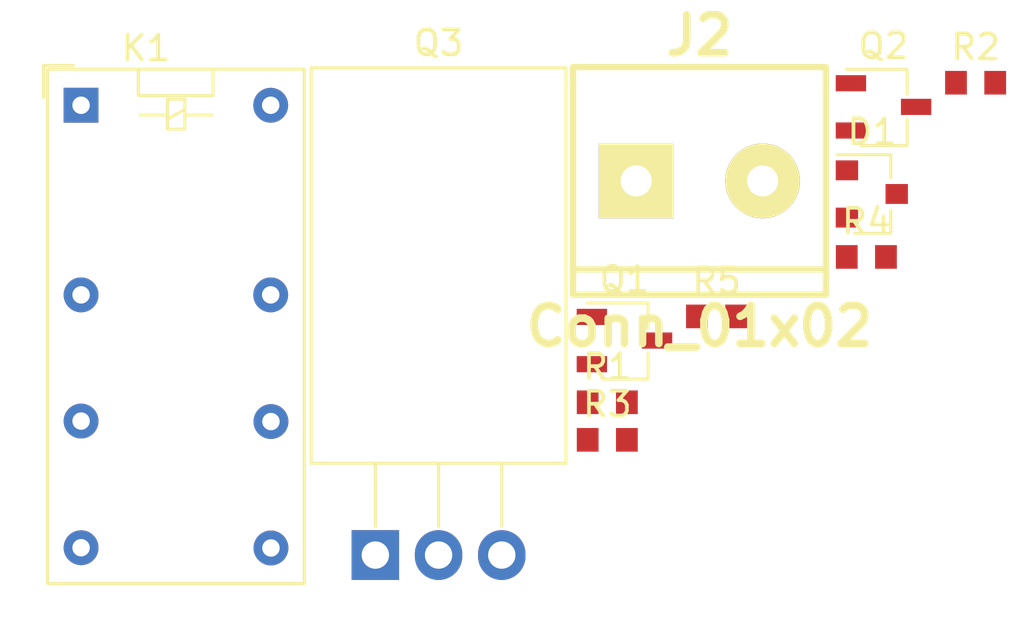
<source format=kicad_pcb>
(kicad_pcb (version 20171130) (host pcbnew 5.0.0-rc2-unknown-b37969f~65~ubuntu17.10.1)

  (general
    (thickness 1.6)
    (drawings 0)
    (tracks 0)
    (zones 0)
    (modules 11)
    (nets 22)
  )

  (page A4)
  (layers
    (0 F.Cu signal)
    (31 B.Cu signal)
    (32 B.Adhes user)
    (33 F.Adhes user)
    (34 B.Paste user)
    (35 F.Paste user)
    (36 B.SilkS user)
    (37 F.SilkS user)
    (38 B.Mask user)
    (39 F.Mask user)
    (40 Dwgs.User user)
    (41 Cmts.User user)
    (42 Eco1.User user)
    (43 Eco2.User user)
    (44 Edge.Cuts user)
    (45 Margin user)
    (46 B.CrtYd user)
    (47 F.CrtYd user)
    (48 B.Fab user)
    (49 F.Fab user)
  )

  (setup
    (last_trace_width 0.25)
    (trace_clearance 0.2)
    (zone_clearance 0.508)
    (zone_45_only no)
    (trace_min 0.2)
    (segment_width 0.2)
    (edge_width 0.15)
    (via_size 0.8)
    (via_drill 0.4)
    (via_min_size 0.4)
    (via_min_drill 0.3)
    (uvia_size 0.3)
    (uvia_drill 0.1)
    (uvias_allowed no)
    (uvia_min_size 0.2)
    (uvia_min_drill 0.1)
    (pcb_text_width 0.3)
    (pcb_text_size 1.5 1.5)
    (mod_edge_width 0.15)
    (mod_text_size 1 1)
    (mod_text_width 0.15)
    (pad_size 1.524 1.524)
    (pad_drill 0.762)
    (pad_to_mask_clearance 0.2)
    (aux_axis_origin 0 0)
    (visible_elements FFFFFF7F)
    (pcbplotparams
      (layerselection 0x010fc_ffffffff)
      (usegerberextensions false)
      (usegerberattributes false)
      (usegerberadvancedattributes false)
      (creategerberjobfile false)
      (excludeedgelayer true)
      (linewidth 0.100000)
      (plotframeref false)
      (viasonmask false)
      (mode 1)
      (useauxorigin false)
      (hpglpennumber 1)
      (hpglpenspeed 20)
      (hpglpendiameter 15.000000)
      (psnegative false)
      (psa4output false)
      (plotreference true)
      (plotvalue true)
      (plotinvisibletext false)
      (padsonsilk false)
      (subtractmaskfromsilk false)
      (outputformat 1)
      (mirror false)
      (drillshape 1)
      (scaleselection 1)
      (outputdirectory ""))
  )

  (net 0 "")
  (net 1 "Net-(J2-Pad1)")
  (net 2 "Net-(J2-Pad2)")
  (net 3 +5V)
  (net 4 "Net-(R5-Pad2)")
  (net 5 "Net-(J1-Pad1)")
  (net 6 "Net-(D1-Pad3)")
  (net 7 "Net-(C1-Pad1)")
  (net 8 "Net-(C2-Pad1)")
  (net 9 "Net-(D3-Pad1)")
  (net 10 "Net-(D2-Pad2)")
  (net 11 "Net-(K1-Pad1)")
  (net 12 "Net-(K1-Pad16)")
  (net 13 "Net-(K1-Pad6)")
  (net 14 "Net-(K1-Pad8)")
  (net 15 "Net-(K1-Pad4)")
  (net 16 "Net-(K1-Pad11)")
  (net 17 "Net-(K1-Pad9)")
  (net 18 "Net-(K1-Pad13)")
  (net 19 "Net-(Q3-Pad3)")
  (net 20 GND)
  (net 21 "Net-(Q2-Pad3)")

  (net_class Default "This is the default net class."
    (clearance 0.2)
    (trace_width 0.25)
    (via_dia 0.8)
    (via_drill 0.4)
    (uvia_dia 0.3)
    (uvia_drill 0.1)
    (add_net +5V)
    (add_net GND)
    (add_net "Net-(C1-Pad1)")
    (add_net "Net-(C2-Pad1)")
    (add_net "Net-(D1-Pad3)")
    (add_net "Net-(D2-Pad2)")
    (add_net "Net-(D3-Pad1)")
    (add_net "Net-(J1-Pad1)")
    (add_net "Net-(J2-Pad1)")
    (add_net "Net-(J2-Pad2)")
    (add_net "Net-(K1-Pad1)")
    (add_net "Net-(K1-Pad11)")
    (add_net "Net-(K1-Pad13)")
    (add_net "Net-(K1-Pad16)")
    (add_net "Net-(K1-Pad4)")
    (add_net "Net-(K1-Pad6)")
    (add_net "Net-(K1-Pad8)")
    (add_net "Net-(K1-Pad9)")
    (add_net "Net-(Q2-Pad3)")
    (add_net "Net-(Q3-Pad3)")
    (add_net "Net-(R5-Pad2)")
  )

  (module Package_TO_SOT_SMD:SOT-23 (layer F.Cu) (tedit 5A02FF57) (tstamp 5B24F078)
    (at 158.313001 86.505001)
    (descr "SOT-23, Standard")
    (tags SOT-23)
    (path /5B22BD02)
    (attr smd)
    (fp_text reference D1 (at 0 -2.5) (layer F.SilkS)
      (effects (font (size 1 1) (thickness 0.15)))
    )
    (fp_text value BAV99 (at 0 2.5) (layer F.Fab)
      (effects (font (size 1 1) (thickness 0.15)))
    )
    (fp_text user %R (at 0 0 90) (layer F.Fab)
      (effects (font (size 0.5 0.5) (thickness 0.075)))
    )
    (fp_line (start -0.7 -0.95) (end -0.7 1.5) (layer F.Fab) (width 0.1))
    (fp_line (start -0.15 -1.52) (end 0.7 -1.52) (layer F.Fab) (width 0.1))
    (fp_line (start -0.7 -0.95) (end -0.15 -1.52) (layer F.Fab) (width 0.1))
    (fp_line (start 0.7 -1.52) (end 0.7 1.52) (layer F.Fab) (width 0.1))
    (fp_line (start -0.7 1.52) (end 0.7 1.52) (layer F.Fab) (width 0.1))
    (fp_line (start 0.76 1.58) (end 0.76 0.65) (layer F.SilkS) (width 0.12))
    (fp_line (start 0.76 -1.58) (end 0.76 -0.65) (layer F.SilkS) (width 0.12))
    (fp_line (start -1.7 -1.75) (end 1.7 -1.75) (layer F.CrtYd) (width 0.05))
    (fp_line (start 1.7 -1.75) (end 1.7 1.75) (layer F.CrtYd) (width 0.05))
    (fp_line (start 1.7 1.75) (end -1.7 1.75) (layer F.CrtYd) (width 0.05))
    (fp_line (start -1.7 1.75) (end -1.7 -1.75) (layer F.CrtYd) (width 0.05))
    (fp_line (start 0.76 -1.58) (end -1.4 -1.58) (layer F.SilkS) (width 0.12))
    (fp_line (start 0.76 1.58) (end -0.7 1.58) (layer F.SilkS) (width 0.12))
    (pad 1 smd rect (at -1 -0.95) (size 0.9 0.8) (layers F.Cu F.Paste F.Mask)
      (net 7 "Net-(C1-Pad1)"))
    (pad 2 smd rect (at -1 0.95) (size 0.9 0.8) (layers F.Cu F.Paste F.Mask)
      (net 8 "Net-(C2-Pad1)"))
    (pad 3 smd rect (at 1 0) (size 0.9 0.8) (layers F.Cu F.Paste F.Mask)
      (net 6 "Net-(D1-Pad3)"))
    (model ${KISYS3DMOD}/Package_TO_SOT_SMD.3dshapes/SOT-23.wrl
      (at (xyz 0 0 0))
      (scale (xyz 1 1 1))
      (rotate (xyz 0 0 0))
    )
  )

  (module Package_TO_SOT_SMD:TSOT-23 (layer F.Cu) (tedit 5A02FF57) (tstamp 5B24F063)
    (at 148.373001 92.395001)
    (descr "3-pin TSOT23 package, http://www.analog.com.tw/pdf/All_In_One.pdf")
    (tags TSOT-23)
    (path /5B22B712)
    (attr smd)
    (fp_text reference Q1 (at 0 -2.45) (layer F.SilkS)
      (effects (font (size 1 1) (thickness 0.15)))
    )
    (fp_text value IRLML2402 (at 0 2.5) (layer F.Fab)
      (effects (font (size 1 1) (thickness 0.15)))
    )
    (fp_line (start 2.17 1.7) (end -2.17 1.7) (layer F.CrtYd) (width 0.05))
    (fp_line (start 2.17 1.7) (end 2.17 -1.7) (layer F.CrtYd) (width 0.05))
    (fp_line (start -2.17 -1.7) (end -2.17 1.7) (layer F.CrtYd) (width 0.05))
    (fp_line (start -2.17 -1.7) (end 2.17 -1.7) (layer F.CrtYd) (width 0.05))
    (fp_line (start 0.88 -1.45) (end 0.88 1.45) (layer F.Fab) (width 0.1))
    (fp_line (start 0.88 1.45) (end -0.88 1.45) (layer F.Fab) (width 0.1))
    (fp_line (start -0.88 -1) (end -0.88 1.45) (layer F.Fab) (width 0.1))
    (fp_line (start 0.88 -1.45) (end -0.43 -1.45) (layer F.Fab) (width 0.1))
    (fp_line (start -0.88 -1) (end -0.43 -1.45) (layer F.Fab) (width 0.1))
    (fp_line (start 0.93 -1.51) (end -1.5 -1.51) (layer F.SilkS) (width 0.12))
    (fp_line (start 0.95 -1.5) (end 0.95 -0.5) (layer F.SilkS) (width 0.12))
    (fp_line (start 0.95 1.55) (end -0.9 1.55) (layer F.SilkS) (width 0.12))
    (fp_line (start 0.95 0.5) (end 0.95 1.55) (layer F.SilkS) (width 0.12))
    (fp_text user %R (at 0 0 90) (layer F.Fab)
      (effects (font (size 0.5 0.5) (thickness 0.075)))
    )
    (pad 3 smd rect (at 1.31 0) (size 1.22 0.65) (layers F.Cu F.Paste F.Mask)
      (net 10 "Net-(D2-Pad2)"))
    (pad 2 smd rect (at -1.31 0.95) (size 1.22 0.65) (layers F.Cu F.Paste F.Mask)
      (net 20 GND))
    (pad 1 smd rect (at -1.31 -0.95) (size 1.22 0.65) (layers F.Cu F.Paste F.Mask)
      (net 7 "Net-(C1-Pad1)"))
    (model ${KISYS3DMOD}/Package_TO_SOT_SMD.3dshapes/TSOT-23.wrl
      (at (xyz 0 0 0))
      (scale (xyz 1 1 1))
      (rotate (xyz 0 0 0))
    )
  )

  (module Package_TO_SOT_SMD:TSOT-23 (layer F.Cu) (tedit 5A02FF57) (tstamp 5B24F04E)
    (at 158.783001 83.005001)
    (descr "3-pin TSOT23 package, http://www.analog.com.tw/pdf/All_In_One.pdf")
    (tags TSOT-23)
    (path /5B22B7EC)
    (attr smd)
    (fp_text reference Q2 (at 0 -2.45) (layer F.SilkS)
      (effects (font (size 1 1) (thickness 0.15)))
    )
    (fp_text value IRLML2402 (at 0 2.5) (layer F.Fab)
      (effects (font (size 1 1) (thickness 0.15)))
    )
    (fp_text user %R (at 0 0 90) (layer F.Fab)
      (effects (font (size 0.5 0.5) (thickness 0.075)))
    )
    (fp_line (start 0.95 0.5) (end 0.95 1.55) (layer F.SilkS) (width 0.12))
    (fp_line (start 0.95 1.55) (end -0.9 1.55) (layer F.SilkS) (width 0.12))
    (fp_line (start 0.95 -1.5) (end 0.95 -0.5) (layer F.SilkS) (width 0.12))
    (fp_line (start 0.93 -1.51) (end -1.5 -1.51) (layer F.SilkS) (width 0.12))
    (fp_line (start -0.88 -1) (end -0.43 -1.45) (layer F.Fab) (width 0.1))
    (fp_line (start 0.88 -1.45) (end -0.43 -1.45) (layer F.Fab) (width 0.1))
    (fp_line (start -0.88 -1) (end -0.88 1.45) (layer F.Fab) (width 0.1))
    (fp_line (start 0.88 1.45) (end -0.88 1.45) (layer F.Fab) (width 0.1))
    (fp_line (start 0.88 -1.45) (end 0.88 1.45) (layer F.Fab) (width 0.1))
    (fp_line (start -2.17 -1.7) (end 2.17 -1.7) (layer F.CrtYd) (width 0.05))
    (fp_line (start -2.17 -1.7) (end -2.17 1.7) (layer F.CrtYd) (width 0.05))
    (fp_line (start 2.17 1.7) (end 2.17 -1.7) (layer F.CrtYd) (width 0.05))
    (fp_line (start 2.17 1.7) (end -2.17 1.7) (layer F.CrtYd) (width 0.05))
    (pad 1 smd rect (at -1.31 -0.95) (size 1.22 0.65) (layers F.Cu F.Paste F.Mask)
      (net 8 "Net-(C2-Pad1)"))
    (pad 2 smd rect (at -1.31 0.95) (size 1.22 0.65) (layers F.Cu F.Paste F.Mask)
      (net 20 GND))
    (pad 3 smd rect (at 1.31 0) (size 1.22 0.65) (layers F.Cu F.Paste F.Mask)
      (net 21 "Net-(Q2-Pad3)"))
    (model ${KISYS3DMOD}/Package_TO_SOT_SMD.3dshapes/TSOT-23.wrl
      (at (xyz 0 0 0))
      (scale (xyz 1 1 1))
      (rotate (xyz 0 0 0))
    )
  )

  (module Package_TO_SOT_THT:TO-220-3_Horizontal_TabDown (layer F.Cu) (tedit 5AC8BA0D) (tstamp 5B24F039)
    (at 138.363001 101.015001)
    (descr "TO-220-3, Horizontal, RM 2.54mm, see https://www.vishay.com/docs/66542/to-220-1.pdf")
    (tags "TO-220-3 Horizontal RM 2.54mm")
    (path /5B23AB3B)
    (fp_text reference Q3 (at 2.54 -20.58) (layer F.SilkS)
      (effects (font (size 1 1) (thickness 0.15)))
    )
    (fp_text value BT139-600 (at 2.54 2) (layer F.Fab)
      (effects (font (size 1 1) (thickness 0.15)))
    )
    (fp_circle (center 2.54 -16.66) (end 4.39 -16.66) (layer F.Fab) (width 0.1))
    (fp_line (start -2.46 -13.06) (end -2.46 -19.46) (layer F.Fab) (width 0.1))
    (fp_line (start -2.46 -19.46) (end 7.54 -19.46) (layer F.Fab) (width 0.1))
    (fp_line (start 7.54 -19.46) (end 7.54 -13.06) (layer F.Fab) (width 0.1))
    (fp_line (start 7.54 -13.06) (end -2.46 -13.06) (layer F.Fab) (width 0.1))
    (fp_line (start -2.46 -3.81) (end -2.46 -13.06) (layer F.Fab) (width 0.1))
    (fp_line (start -2.46 -13.06) (end 7.54 -13.06) (layer F.Fab) (width 0.1))
    (fp_line (start 7.54 -13.06) (end 7.54 -3.81) (layer F.Fab) (width 0.1))
    (fp_line (start 7.54 -3.81) (end -2.46 -3.81) (layer F.Fab) (width 0.1))
    (fp_line (start 0 -3.81) (end 0 0) (layer F.Fab) (width 0.1))
    (fp_line (start 2.54 -3.81) (end 2.54 0) (layer F.Fab) (width 0.1))
    (fp_line (start 5.08 -3.81) (end 5.08 0) (layer F.Fab) (width 0.1))
    (fp_line (start -2.58 -3.69) (end 7.66 -3.69) (layer F.SilkS) (width 0.12))
    (fp_line (start -2.58 -19.58) (end 7.66 -19.58) (layer F.SilkS) (width 0.12))
    (fp_line (start -2.58 -19.58) (end -2.58 -3.69) (layer F.SilkS) (width 0.12))
    (fp_line (start 7.66 -19.58) (end 7.66 -3.69) (layer F.SilkS) (width 0.12))
    (fp_line (start 0 -3.69) (end 0 -1.15) (layer F.SilkS) (width 0.12))
    (fp_line (start 2.54 -3.69) (end 2.54 -1.15) (layer F.SilkS) (width 0.12))
    (fp_line (start 5.08 -3.69) (end 5.08 -1.15) (layer F.SilkS) (width 0.12))
    (fp_line (start -2.71 -19.71) (end -2.71 1.25) (layer F.CrtYd) (width 0.05))
    (fp_line (start -2.71 1.25) (end 7.79 1.25) (layer F.CrtYd) (width 0.05))
    (fp_line (start 7.79 1.25) (end 7.79 -19.71) (layer F.CrtYd) (width 0.05))
    (fp_line (start 7.79 -19.71) (end -2.71 -19.71) (layer F.CrtYd) (width 0.05))
    (fp_text user %R (at 2.54 -20.58) (layer F.Fab)
      (effects (font (size 1 1) (thickness 0.15)))
    )
    (pad "" np_thru_hole oval (at 2.54 -16.66) (size 3.5 3.5) (drill 3.5) (layers *.Cu *.Mask))
    (pad 1 thru_hole rect (at 0 0) (size 1.905 2) (drill 1.1) (layers *.Cu *.Mask)
      (net 2 "Net-(J2-Pad2)"))
    (pad 2 thru_hole oval (at 2.54 0) (size 1.905 2) (drill 1.1) (layers *.Cu *.Mask)
      (net 1 "Net-(J2-Pad1)"))
    (pad 3 thru_hole oval (at 5.08 0) (size 1.905 2) (drill 1.1) (layers *.Cu *.Mask)
      (net 19 "Net-(Q3-Pad3)"))
    (model ${KISYS3DMOD}/Package_TO_SOT_THT.3dshapes/TO-220-3_Horizontal_TabDown.wrl
      (at (xyz 0 0 0))
      (scale (xyz 1 1 1))
      (rotate (xyz 0 0 0))
    )
  )

  (module Relay_THT:Relay_DPDT_Omron_G5V-2 (layer F.Cu) (tedit 59D689A9) (tstamp 5B24F019)
    (at 126.538001 82.940001)
    (descr http://omronfs.omron.com/en_US/ecb/products/pdf/en-g5v2.pdf)
    (tags "Omron G5V-2 Relay DPDT")
    (path /5B23E1B5)
    (fp_text reference K1 (at 2.6 -2.3) (layer F.SilkS)
      (effects (font (size 1 1) (thickness 0.15)))
    )
    (fp_text value G5V-2 (at -2.41 9.01 90) (layer F.Fab)
      (effects (font (size 1 1) (thickness 0.15)))
    )
    (fp_line (start -1.51 -1.6) (end -0.3 -1.6) (layer F.SilkS) (width 0.12))
    (fp_line (start -1.51 -0.3) (end -1.51 -1.6) (layer F.SilkS) (width 0.12))
    (fp_line (start -1.21 -0.3) (end -0.3 -1.31) (layer F.Fab) (width 0.12))
    (fp_line (start 8.83 -1.31) (end -0.3 -1.31) (layer F.Fab) (width 0.12))
    (fp_line (start -1.21 -0.3) (end -1.21 19.58) (layer F.Fab) (width 0.12))
    (fp_line (start -1.21 19.07) (end 8.83 19.07) (layer F.Fab) (width 0.12))
    (fp_line (start 8.83 19.07) (end 8.83 -1.31) (layer F.Fab) (width 0.12))
    (fp_line (start -1.35 -1.45) (end -1.35 19.22) (layer F.SilkS) (width 0.12))
    (fp_line (start -1.35 19.22) (end 8.97 19.22) (layer F.SilkS) (width 0.12))
    (fp_line (start 8.97 19.22) (end 8.97 -1.45) (layer F.SilkS) (width 0.12))
    (fp_line (start 8.97 -1.45) (end -1.35 -1.45) (layer F.SilkS) (width 0.12))
    (fp_line (start 2.3 -1.45) (end 2.3 -0.41) (layer F.SilkS) (width 0.12))
    (fp_line (start 2.3 -0.39) (end 5.3 -0.39) (layer F.SilkS) (width 0.12))
    (fp_line (start 5.3 -0.39) (end 5.3 -1.45) (layer F.SilkS) (width 0.12))
    (fp_line (start 9.07 19.33) (end -1.45 19.33) (layer F.CrtYd) (width 0.05))
    (fp_line (start -1.45 -1.55) (end 9.07 -1.55) (layer F.CrtYd) (width 0.05))
    (fp_line (start 9.07 -1.55) (end 9.07 19.33) (layer F.CrtYd) (width 0.05))
    (fp_text user %R (at 3.94 9.16) (layer F.Fab)
      (effects (font (size 1 1) (thickness 0.15)))
    )
    (fp_line (start 3.47 0.39) (end 2.37 0.39) (layer F.SilkS) (width 0.12))
    (fp_line (start 4.17 0.39) (end 5.27 0.39) (layer F.SilkS) (width 0.12))
    (fp_line (start 3.47 0.56) (end 4.17 0.16) (layer F.SilkS) (width 0.12))
    (fp_line (start 3.47 -0.24) (end 3.47 0.96) (layer F.SilkS) (width 0.12))
    (fp_line (start 3.47 0.96) (end 4.17 0.96) (layer F.SilkS) (width 0.12))
    (fp_line (start 4.17 0.96) (end 4.17 -0.24) (layer F.SilkS) (width 0.12))
    (fp_line (start 4.17 -0.24) (end 3.47 -0.24) (layer F.SilkS) (width 0.12))
    (fp_line (start -1.45 -1.55) (end -1.45 19.33) (layer F.CrtYd) (width 0.05))
    (pad 1 thru_hole rect (at 0 0) (size 1.4 1.4) (drill 0.7) (layers *.Cu *.Mask)
      (net 11 "Net-(K1-Pad1)"))
    (pad 16 thru_hole circle (at 7.62 0) (size 1.4 1.4) (drill 0.7) (layers *.Cu *.Mask)
      (net 12 "Net-(K1-Pad16)"))
    (pad 6 thru_hole circle (at 0 12.69) (size 1.4 1.4) (drill 0.7) (layers *.Cu *.Mask)
      (net 13 "Net-(K1-Pad6)"))
    (pad 8 thru_hole circle (at 0 17.78) (size 1.4 1.4) (drill 0.7) (layers *.Cu *.Mask)
      (net 14 "Net-(K1-Pad8)"))
    (pad 4 thru_hole circle (at 0 7.62) (size 1.4 1.4) (drill 0.7) (layers *.Cu *.Mask)
      (net 15 "Net-(K1-Pad4)"))
    (pad 11 thru_hole circle (at 7.63 12.71) (size 1.4 1.4) (drill 0.7) (layers *.Cu *.Mask)
      (net 16 "Net-(K1-Pad11)"))
    (pad 9 thru_hole circle (at 7.63 17.79) (size 1.4 1.4) (drill 0.7) (layers *.Cu *.Mask)
      (net 17 "Net-(K1-Pad9)"))
    (pad 13 thru_hole circle (at 7.62 7.62) (size 1.4 1.4) (drill 0.7) (layers *.Cu *.Mask)
      (net 18 "Net-(K1-Pad13)"))
    (model ${KISYS3DMOD}/Relay_THT.3dshapes/Relay_DPDT_Omron_G5V-2.wrl
      (at (xyz 0 0 0))
      (scale (xyz 1 1 1))
      (rotate (xyz 0 0 0))
    )
  )

  (module Resistor_SMD:R_0603_1608Metric (layer F.Cu) (tedit 5B198B65) (tstamp 5B24EFF3)
    (at 158.093001 89.035001)
    (descr "Resistor SMD 0603 (1608 Metric), square (rectangular) end terminal, IPC_7351 nominal, (Body size source: http://www.tortai-tech.com/upload/download/2011102023233369053.pdf), generated with kicad-footprint-generator")
    (tags resistor)
    (path /5B22ABE0)
    (attr smd)
    (fp_text reference R4 (at 0 -1.43) (layer F.SilkS)
      (effects (font (size 1 1) (thickness 0.15)))
    )
    (fp_text value 1k (at 0 1.43) (layer F.Fab)
      (effects (font (size 1 1) (thickness 0.15)))
    )
    (fp_line (start -0.8 0.4) (end -0.8 -0.4) (layer F.Fab) (width 0.1))
    (fp_line (start -0.8 -0.4) (end 0.8 -0.4) (layer F.Fab) (width 0.1))
    (fp_line (start 0.8 -0.4) (end 0.8 0.4) (layer F.Fab) (width 0.1))
    (fp_line (start 0.8 0.4) (end -0.8 0.4) (layer F.Fab) (width 0.1))
    (fp_line (start -1.48 0.73) (end -1.48 -0.73) (layer F.CrtYd) (width 0.05))
    (fp_line (start -1.48 -0.73) (end 1.48 -0.73) (layer F.CrtYd) (width 0.05))
    (fp_line (start 1.48 -0.73) (end 1.48 0.73) (layer F.CrtYd) (width 0.05))
    (fp_line (start 1.48 0.73) (end -1.48 0.73) (layer F.CrtYd) (width 0.05))
    (fp_text user %R (at 0 0) (layer F.Fab)
      (effects (font (size 0.4 0.4) (thickness 0.06)))
    )
    (pad 1 smd rect (at -0.7875 0) (size 0.875 0.95) (layers F.Cu F.Paste F.Mask)
      (net 9 "Net-(D3-Pad1)"))
    (pad 2 smd rect (at 0.7875 0) (size 0.875 0.95) (layers F.Cu F.Paste F.Mask)
      (net 10 "Net-(D2-Pad2)"))
    (model ${KISYS3DMOD}/Resistor_SMD.3dshapes/R_0603_1608Metric.wrl
      (at (xyz 0 0 0))
      (scale (xyz 1 1 1))
      (rotate (xyz 0 0 0))
    )
  )

  (module Resistor_SMD:R_0603_1608Metric (layer F.Cu) (tedit 5B198B65) (tstamp 5B24EFE4)
    (at 147.683001 96.385001)
    (descr "Resistor SMD 0603 (1608 Metric), square (rectangular) end terminal, IPC_7351 nominal, (Body size source: http://www.tortai-tech.com/upload/download/2011102023233369053.pdf), generated with kicad-footprint-generator")
    (tags resistor)
    (path /5B22CF19)
    (attr smd)
    (fp_text reference R3 (at 0 -1.43) (layer F.SilkS)
      (effects (font (size 1 1) (thickness 0.15)))
    )
    (fp_text value 100k (at 0 1.43) (layer F.Fab)
      (effects (font (size 1 1) (thickness 0.15)))
    )
    (fp_text user %R (at 0 0) (layer F.Fab)
      (effects (font (size 0.4 0.4) (thickness 0.06)))
    )
    (fp_line (start 1.48 0.73) (end -1.48 0.73) (layer F.CrtYd) (width 0.05))
    (fp_line (start 1.48 -0.73) (end 1.48 0.73) (layer F.CrtYd) (width 0.05))
    (fp_line (start -1.48 -0.73) (end 1.48 -0.73) (layer F.CrtYd) (width 0.05))
    (fp_line (start -1.48 0.73) (end -1.48 -0.73) (layer F.CrtYd) (width 0.05))
    (fp_line (start 0.8 0.4) (end -0.8 0.4) (layer F.Fab) (width 0.1))
    (fp_line (start 0.8 -0.4) (end 0.8 0.4) (layer F.Fab) (width 0.1))
    (fp_line (start -0.8 -0.4) (end 0.8 -0.4) (layer F.Fab) (width 0.1))
    (fp_line (start -0.8 0.4) (end -0.8 -0.4) (layer F.Fab) (width 0.1))
    (pad 2 smd rect (at 0.7875 0) (size 0.875 0.95) (layers F.Cu F.Paste F.Mask)
      (net 6 "Net-(D1-Pad3)"))
    (pad 1 smd rect (at -0.7875 0) (size 0.875 0.95) (layers F.Cu F.Paste F.Mask)
      (net 8 "Net-(C2-Pad1)"))
    (model ${KISYS3DMOD}/Resistor_SMD.3dshapes/R_0603_1608Metric.wrl
      (at (xyz 0 0 0))
      (scale (xyz 1 1 1))
      (rotate (xyz 0 0 0))
    )
  )

  (module Resistor_SMD:R_0603_1608Metric (layer F.Cu) (tedit 5B198B65) (tstamp 5B24EFD5)
    (at 162.483001 82.035001)
    (descr "Resistor SMD 0603 (1608 Metric), square (rectangular) end terminal, IPC_7351 nominal, (Body size source: http://www.tortai-tech.com/upload/download/2011102023233369053.pdf), generated with kicad-footprint-generator")
    (tags resistor)
    (path /5B22CE70)
    (attr smd)
    (fp_text reference R2 (at 0 -1.43) (layer F.SilkS)
      (effects (font (size 1 1) (thickness 0.15)))
    )
    (fp_text value 100k (at 0 1.43) (layer F.Fab)
      (effects (font (size 1 1) (thickness 0.15)))
    )
    (fp_line (start -0.8 0.4) (end -0.8 -0.4) (layer F.Fab) (width 0.1))
    (fp_line (start -0.8 -0.4) (end 0.8 -0.4) (layer F.Fab) (width 0.1))
    (fp_line (start 0.8 -0.4) (end 0.8 0.4) (layer F.Fab) (width 0.1))
    (fp_line (start 0.8 0.4) (end -0.8 0.4) (layer F.Fab) (width 0.1))
    (fp_line (start -1.48 0.73) (end -1.48 -0.73) (layer F.CrtYd) (width 0.05))
    (fp_line (start -1.48 -0.73) (end 1.48 -0.73) (layer F.CrtYd) (width 0.05))
    (fp_line (start 1.48 -0.73) (end 1.48 0.73) (layer F.CrtYd) (width 0.05))
    (fp_line (start 1.48 0.73) (end -1.48 0.73) (layer F.CrtYd) (width 0.05))
    (fp_text user %R (at 0 0) (layer F.Fab)
      (effects (font (size 0.4 0.4) (thickness 0.06)))
    )
    (pad 1 smd rect (at -0.7875 0) (size 0.875 0.95) (layers F.Cu F.Paste F.Mask)
      (net 7 "Net-(C1-Pad1)"))
    (pad 2 smd rect (at 0.7875 0) (size 0.875 0.95) (layers F.Cu F.Paste F.Mask)
      (net 6 "Net-(D1-Pad3)"))
    (model ${KISYS3DMOD}/Resistor_SMD.3dshapes/R_0603_1608Metric.wrl
      (at (xyz 0 0 0))
      (scale (xyz 1 1 1))
      (rotate (xyz 0 0 0))
    )
  )

  (module Resistor_SMD:R_0603_1608Metric (layer F.Cu) (tedit 5B198B65) (tstamp 5B24EFC6)
    (at 147.683001 94.875001)
    (descr "Resistor SMD 0603 (1608 Metric), square (rectangular) end terminal, IPC_7351 nominal, (Body size source: http://www.tortai-tech.com/upload/download/2011102023233369053.pdf), generated with kicad-footprint-generator")
    (tags resistor)
    (path /5B22CF77)
    (attr smd)
    (fp_text reference R1 (at 0 -1.43) (layer F.SilkS)
      (effects (font (size 1 1) (thickness 0.15)))
    )
    (fp_text value 1k (at 0 1.43) (layer F.Fab)
      (effects (font (size 1 1) (thickness 0.15)))
    )
    (fp_text user %R (at 0 0) (layer F.Fab)
      (effects (font (size 0.4 0.4) (thickness 0.06)))
    )
    (fp_line (start 1.48 0.73) (end -1.48 0.73) (layer F.CrtYd) (width 0.05))
    (fp_line (start 1.48 -0.73) (end 1.48 0.73) (layer F.CrtYd) (width 0.05))
    (fp_line (start -1.48 -0.73) (end 1.48 -0.73) (layer F.CrtYd) (width 0.05))
    (fp_line (start -1.48 0.73) (end -1.48 -0.73) (layer F.CrtYd) (width 0.05))
    (fp_line (start 0.8 0.4) (end -0.8 0.4) (layer F.Fab) (width 0.1))
    (fp_line (start 0.8 -0.4) (end 0.8 0.4) (layer F.Fab) (width 0.1))
    (fp_line (start -0.8 -0.4) (end 0.8 -0.4) (layer F.Fab) (width 0.1))
    (fp_line (start -0.8 0.4) (end -0.8 -0.4) (layer F.Fab) (width 0.1))
    (pad 2 smd rect (at 0.7875 0) (size 0.875 0.95) (layers F.Cu F.Paste F.Mask)
      (net 5 "Net-(J1-Pad1)"))
    (pad 1 smd rect (at -0.7875 0) (size 0.875 0.95) (layers F.Cu F.Paste F.Mask)
      (net 6 "Net-(D1-Pad3)"))
    (model ${KISYS3DMOD}/Resistor_SMD.3dshapes/R_0603_1608Metric.wrl
      (at (xyz 0 0 0))
      (scale (xyz 1 1 1))
      (rotate (xyz 0 0 0))
    )
  )

  (module Resistor_SMD:R_0603_1608Metric (layer F.Cu) (tedit 5B198B65) (tstamp 5B24EFB7)
    (at 152.073001 91.425001)
    (descr "Resistor SMD 0603 (1608 Metric), square (rectangular) end terminal, IPC_7351 nominal, (Body size source: http://www.tortai-tech.com/upload/download/2011102023233369053.pdf), generated with kicad-footprint-generator")
    (tags resistor)
    (path /5B22B9F3)
    (attr smd)
    (fp_text reference R5 (at 0 -1.43) (layer F.SilkS)
      (effects (font (size 1 1) (thickness 0.15)))
    )
    (fp_text value 510 (at 0 1.43) (layer F.Fab)
      (effects (font (size 1 1) (thickness 0.15)))
    )
    (fp_line (start -0.8 0.4) (end -0.8 -0.4) (layer F.Fab) (width 0.1))
    (fp_line (start -0.8 -0.4) (end 0.8 -0.4) (layer F.Fab) (width 0.1))
    (fp_line (start 0.8 -0.4) (end 0.8 0.4) (layer F.Fab) (width 0.1))
    (fp_line (start 0.8 0.4) (end -0.8 0.4) (layer F.Fab) (width 0.1))
    (fp_line (start -1.48 0.73) (end -1.48 -0.73) (layer F.CrtYd) (width 0.05))
    (fp_line (start -1.48 -0.73) (end 1.48 -0.73) (layer F.CrtYd) (width 0.05))
    (fp_line (start 1.48 -0.73) (end 1.48 0.73) (layer F.CrtYd) (width 0.05))
    (fp_line (start 1.48 0.73) (end -1.48 0.73) (layer F.CrtYd) (width 0.05))
    (fp_text user %R (at 0 0) (layer F.Fab)
      (effects (font (size 0.4 0.4) (thickness 0.06)))
    )
    (pad 1 smd rect (at -0.7875 0) (size 0.875 0.95) (layers F.Cu F.Paste F.Mask)
      (net 3 +5V))
    (pad 2 smd rect (at 0.7875 0) (size 0.875 0.95) (layers F.Cu F.Paste F.Mask)
      (net 4 "Net-(R5-Pad2)"))
    (model ${KISYS3DMOD}/Resistor_SMD.3dshapes/R_0603_1608Metric.wrl
      (at (xyz 0 0 0))
      (scale (xyz 1 1 1))
      (rotate (xyz 0 0 0))
    )
  )

  (module w_conn_screw:mors_2p (layer F.Cu) (tedit 0) (tstamp 5B24EFA8)
    (at 151.385001 85.979001)
    (descr "Terminal block 2 pins")
    (tags DEV)
    (path /5B23E3AC)
    (fp_text reference J2 (at 0 -5.842) (layer F.SilkS)
      (effects (font (size 1.524 1.524) (thickness 0.3048)))
    )
    (fp_text value Conn_01x02 (at 0 5.842) (layer F.SilkS)
      (effects (font (size 1.524 1.524) (thickness 0.3048)))
    )
    (fp_line (start 5.08 -3.81) (end 5.08 -4.572) (layer F.SilkS) (width 0.254))
    (fp_line (start 5.08 -4.572) (end -5.08 -4.572) (layer F.SilkS) (width 0.254))
    (fp_line (start -5.08 -4.572) (end -5.08 -3.81) (layer F.SilkS) (width 0.254))
    (fp_line (start 5.08 4.572) (end -5.08 4.572) (layer F.SilkS) (width 0.254))
    (fp_line (start -5.08 4.572) (end -5.08 3.556) (layer F.SilkS) (width 0.254))
    (fp_line (start -5.08 3.556) (end 5.08 3.556) (layer F.SilkS) (width 0.254))
    (fp_line (start 5.08 3.556) (end 5.08 4.572) (layer F.SilkS) (width 0.254))
    (fp_line (start 5.08 3.81) (end 5.08 -3.81) (layer F.SilkS) (width 0.254))
    (fp_line (start -5.08 -3.81) (end -5.08 3.81) (layer F.SilkS) (width 0.254))
    (pad 1 thru_hole rect (at -2.54 0) (size 2.99974 2.99974) (drill 1.24968) (layers *.Cu *.Mask F.SilkS)
      (net 1 "Net-(J2-Pad1)"))
    (pad 2 thru_hole circle (at 2.54 0) (size 2.99974 2.99974) (drill 1.24968) (layers *.Cu *.Mask F.SilkS)
      (net 2 "Net-(J2-Pad2)"))
    (model walter/conn_screw/mors_2p.wrl
      (at (xyz 0 0 0))
      (scale (xyz 1 1 1))
      (rotate (xyz 0 0 0))
    )
  )

)

</source>
